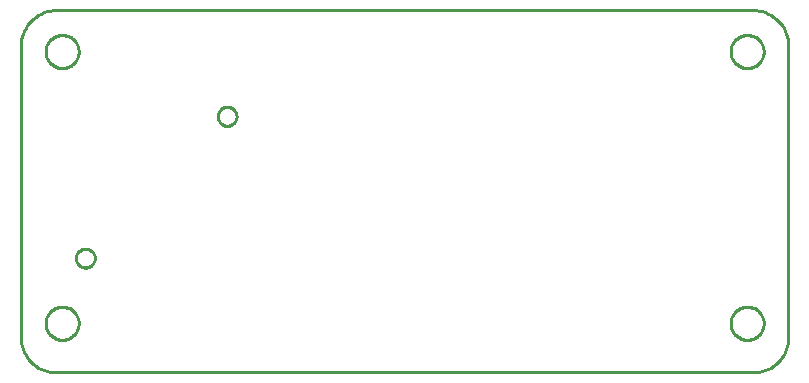
<source format=gbr>
G04 EAGLE Gerber RS-274X export*
G75*
%MOMM*%
%FSLAX34Y34*%
%LPD*%
%IN*%
%IPPOS*%
%AMOC8*
5,1,8,0,0,1.08239X$1,22.5*%
G01*
%ADD10C,0.254000*%


D10*
X-395Y23116D02*
X-281Y20501D01*
X61Y17907D01*
X627Y15351D01*
X1414Y12855D01*
X2416Y10437D01*
X3624Y8116D01*
X5030Y5909D01*
X6624Y3832D01*
X8392Y1903D01*
X10321Y135D01*
X12398Y-1459D01*
X14605Y-2865D01*
X16926Y-4073D01*
X19344Y-5075D01*
X21840Y-5862D01*
X24396Y-6428D01*
X26990Y-6770D01*
X29605Y-6884D01*
X619605Y-6884D01*
X622220Y-6770D01*
X624814Y-6428D01*
X627370Y-5862D01*
X629866Y-5075D01*
X632284Y-4073D01*
X634605Y-2865D01*
X636812Y-1459D01*
X638889Y135D01*
X640818Y1903D01*
X642586Y3832D01*
X644180Y5909D01*
X645586Y8116D01*
X646794Y10437D01*
X647796Y12855D01*
X648583Y15351D01*
X649149Y17907D01*
X649491Y20501D01*
X649605Y23116D01*
X649605Y269720D01*
X649491Y272335D01*
X649149Y274929D01*
X648583Y277485D01*
X647796Y279981D01*
X646794Y282399D01*
X645586Y284720D01*
X644180Y286927D01*
X642586Y289004D01*
X640818Y290933D01*
X638889Y292701D01*
X636812Y294295D01*
X634605Y295701D01*
X632284Y296909D01*
X629866Y297911D01*
X627370Y298698D01*
X624814Y299264D01*
X622220Y299606D01*
X619605Y299720D01*
X29605Y299720D01*
X26990Y299606D01*
X24396Y299264D01*
X21840Y298698D01*
X19344Y297911D01*
X16926Y296909D01*
X14605Y295701D01*
X12398Y294295D01*
X10321Y292701D01*
X8392Y290933D01*
X6624Y289004D01*
X5030Y286927D01*
X3624Y284720D01*
X2416Y282399D01*
X1414Y279981D01*
X627Y277485D01*
X61Y274929D01*
X-281Y272335D01*
X-395Y269720D01*
X-395Y23116D01*
X600605Y265220D02*
X600676Y266218D01*
X600819Y267207D01*
X601031Y268185D01*
X601313Y269144D01*
X601662Y270081D01*
X602078Y270991D01*
X602557Y271868D01*
X603098Y272710D01*
X603697Y273510D01*
X604352Y274266D01*
X605059Y274973D01*
X605815Y275628D01*
X606615Y276227D01*
X607457Y276768D01*
X608334Y277247D01*
X609244Y277663D01*
X610181Y278012D01*
X611141Y278294D01*
X612118Y278506D01*
X613108Y278649D01*
X614105Y278720D01*
X615105Y278720D01*
X616103Y278649D01*
X617092Y278506D01*
X618070Y278294D01*
X619029Y278012D01*
X619966Y277663D01*
X620876Y277247D01*
X621753Y276768D01*
X622595Y276227D01*
X623395Y275628D01*
X624151Y274973D01*
X624858Y274266D01*
X625513Y273510D01*
X626112Y272710D01*
X626653Y271868D01*
X627132Y270991D01*
X627548Y270081D01*
X627897Y269144D01*
X628179Y268185D01*
X628391Y267207D01*
X628534Y266218D01*
X628605Y265220D01*
X628605Y264220D01*
X628534Y263223D01*
X628391Y262233D01*
X628179Y261256D01*
X627897Y260296D01*
X627548Y259359D01*
X627132Y258449D01*
X626653Y257572D01*
X626112Y256730D01*
X625513Y255930D01*
X624858Y255174D01*
X624151Y254467D01*
X623395Y253812D01*
X622595Y253213D01*
X621753Y252672D01*
X620876Y252193D01*
X619966Y251777D01*
X619029Y251428D01*
X618070Y251146D01*
X617092Y250934D01*
X616103Y250791D01*
X615105Y250720D01*
X614105Y250720D01*
X613108Y250791D01*
X612118Y250934D01*
X611141Y251146D01*
X610181Y251428D01*
X609244Y251777D01*
X608334Y252193D01*
X607457Y252672D01*
X606615Y253213D01*
X605815Y253812D01*
X605059Y254467D01*
X604352Y255174D01*
X603697Y255930D01*
X603098Y256730D01*
X602557Y257572D01*
X602078Y258449D01*
X601662Y259359D01*
X601313Y260296D01*
X601031Y261256D01*
X600819Y262233D01*
X600676Y263223D01*
X600605Y264220D01*
X600605Y265220D01*
X600605Y35220D02*
X600676Y36218D01*
X600819Y37207D01*
X601031Y38185D01*
X601313Y39144D01*
X601662Y40081D01*
X602078Y40991D01*
X602557Y41868D01*
X603098Y42710D01*
X603697Y43510D01*
X604352Y44266D01*
X605059Y44973D01*
X605815Y45628D01*
X606615Y46227D01*
X607457Y46768D01*
X608334Y47247D01*
X609244Y47663D01*
X610181Y48012D01*
X611141Y48294D01*
X612118Y48506D01*
X613108Y48649D01*
X614105Y48720D01*
X615105Y48720D01*
X616103Y48649D01*
X617092Y48506D01*
X618070Y48294D01*
X619029Y48012D01*
X619966Y47663D01*
X620876Y47247D01*
X621753Y46768D01*
X622595Y46227D01*
X623395Y45628D01*
X624151Y44973D01*
X624858Y44266D01*
X625513Y43510D01*
X626112Y42710D01*
X626653Y41868D01*
X627132Y40991D01*
X627548Y40081D01*
X627897Y39144D01*
X628179Y38185D01*
X628391Y37207D01*
X628534Y36218D01*
X628605Y35220D01*
X628605Y34220D01*
X628534Y33223D01*
X628391Y32233D01*
X628179Y31256D01*
X627897Y30296D01*
X627548Y29359D01*
X627132Y28449D01*
X626653Y27572D01*
X626112Y26730D01*
X625513Y25930D01*
X624858Y25174D01*
X624151Y24467D01*
X623395Y23812D01*
X622595Y23213D01*
X621753Y22672D01*
X620876Y22193D01*
X619966Y21777D01*
X619029Y21428D01*
X618070Y21146D01*
X617092Y20934D01*
X616103Y20791D01*
X615105Y20720D01*
X614105Y20720D01*
X613108Y20791D01*
X612118Y20934D01*
X611141Y21146D01*
X610181Y21428D01*
X609244Y21777D01*
X608334Y22193D01*
X607457Y22672D01*
X606615Y23213D01*
X605815Y23812D01*
X605059Y24467D01*
X604352Y25174D01*
X603697Y25930D01*
X603098Y26730D01*
X602557Y27572D01*
X602078Y28449D01*
X601662Y29359D01*
X601313Y30296D01*
X601031Y31256D01*
X600819Y32233D01*
X600676Y33223D01*
X600605Y34220D01*
X600605Y35220D01*
X20605Y35220D02*
X20676Y36218D01*
X20819Y37207D01*
X21031Y38185D01*
X21313Y39144D01*
X21662Y40081D01*
X22078Y40991D01*
X22557Y41868D01*
X23098Y42710D01*
X23697Y43510D01*
X24352Y44266D01*
X25059Y44973D01*
X25815Y45628D01*
X26615Y46227D01*
X27457Y46768D01*
X28334Y47247D01*
X29244Y47663D01*
X30181Y48012D01*
X31141Y48294D01*
X32118Y48506D01*
X33108Y48649D01*
X34105Y48720D01*
X35105Y48720D01*
X36103Y48649D01*
X37092Y48506D01*
X38070Y48294D01*
X39029Y48012D01*
X39966Y47663D01*
X40876Y47247D01*
X41753Y46768D01*
X42595Y46227D01*
X43395Y45628D01*
X44151Y44973D01*
X44858Y44266D01*
X45513Y43510D01*
X46112Y42710D01*
X46653Y41868D01*
X47132Y40991D01*
X47548Y40081D01*
X47897Y39144D01*
X48179Y38185D01*
X48391Y37207D01*
X48534Y36218D01*
X48605Y35220D01*
X48605Y34220D01*
X48534Y33223D01*
X48391Y32233D01*
X48179Y31256D01*
X47897Y30296D01*
X47548Y29359D01*
X47132Y28449D01*
X46653Y27572D01*
X46112Y26730D01*
X45513Y25930D01*
X44858Y25174D01*
X44151Y24467D01*
X43395Y23812D01*
X42595Y23213D01*
X41753Y22672D01*
X40876Y22193D01*
X39966Y21777D01*
X39029Y21428D01*
X38070Y21146D01*
X37092Y20934D01*
X36103Y20791D01*
X35105Y20720D01*
X34105Y20720D01*
X33108Y20791D01*
X32118Y20934D01*
X31141Y21146D01*
X30181Y21428D01*
X29244Y21777D01*
X28334Y22193D01*
X27457Y22672D01*
X26615Y23213D01*
X25815Y23812D01*
X25059Y24467D01*
X24352Y25174D01*
X23697Y25930D01*
X23098Y26730D01*
X22557Y27572D01*
X22078Y28449D01*
X21662Y29359D01*
X21313Y30296D01*
X21031Y31256D01*
X20819Y32233D01*
X20676Y33223D01*
X20605Y34220D01*
X20605Y35220D01*
X20605Y265220D02*
X20676Y266218D01*
X20819Y267207D01*
X21031Y268185D01*
X21313Y269144D01*
X21662Y270081D01*
X22078Y270991D01*
X22557Y271868D01*
X23098Y272710D01*
X23697Y273510D01*
X24352Y274266D01*
X25059Y274973D01*
X25815Y275628D01*
X26615Y276227D01*
X27457Y276768D01*
X28334Y277247D01*
X29244Y277663D01*
X30181Y278012D01*
X31141Y278294D01*
X32118Y278506D01*
X33108Y278649D01*
X34105Y278720D01*
X35105Y278720D01*
X36103Y278649D01*
X37092Y278506D01*
X38070Y278294D01*
X39029Y278012D01*
X39966Y277663D01*
X40876Y277247D01*
X41753Y276768D01*
X42595Y276227D01*
X43395Y275628D01*
X44151Y274973D01*
X44858Y274266D01*
X45513Y273510D01*
X46112Y272710D01*
X46653Y271868D01*
X47132Y270991D01*
X47548Y270081D01*
X47897Y269144D01*
X48179Y268185D01*
X48391Y267207D01*
X48534Y266218D01*
X48605Y265220D01*
X48605Y264220D01*
X48534Y263223D01*
X48391Y262233D01*
X48179Y261256D01*
X47897Y260296D01*
X47548Y259359D01*
X47132Y258449D01*
X46653Y257572D01*
X46112Y256730D01*
X45513Y255930D01*
X44858Y255174D01*
X44151Y254467D01*
X43395Y253812D01*
X42595Y253213D01*
X41753Y252672D01*
X40876Y252193D01*
X39966Y251777D01*
X39029Y251428D01*
X38070Y251146D01*
X37092Y250934D01*
X36103Y250791D01*
X35105Y250720D01*
X34105Y250720D01*
X33108Y250791D01*
X32118Y250934D01*
X31141Y251146D01*
X30181Y251428D01*
X29244Y251777D01*
X28334Y252193D01*
X27457Y252672D01*
X26615Y253213D01*
X25815Y253812D01*
X25059Y254467D01*
X24352Y255174D01*
X23697Y255930D01*
X23098Y256730D01*
X22557Y257572D01*
X22078Y258449D01*
X21662Y259359D01*
X21313Y260296D01*
X21031Y261256D01*
X20819Y262233D01*
X20676Y263223D01*
X20605Y264220D01*
X20605Y265220D01*
X54693Y97860D02*
X55475Y97783D01*
X56246Y97630D01*
X56998Y97401D01*
X57725Y97101D01*
X58418Y96730D01*
X59071Y96293D01*
X59679Y95795D01*
X60235Y95239D01*
X60733Y94631D01*
X61170Y93978D01*
X61541Y93285D01*
X61841Y92558D01*
X62070Y91806D01*
X62223Y91035D01*
X62300Y90253D01*
X62300Y89467D01*
X62223Y88685D01*
X62070Y87914D01*
X61841Y87162D01*
X61541Y86435D01*
X61170Y85742D01*
X60733Y85089D01*
X60235Y84481D01*
X59679Y83925D01*
X59071Y83427D01*
X58418Y82990D01*
X57725Y82619D01*
X56998Y82319D01*
X56246Y82090D01*
X55475Y81937D01*
X54693Y81860D01*
X53907Y81860D01*
X53125Y81937D01*
X52354Y82090D01*
X51602Y82319D01*
X50875Y82619D01*
X50182Y82990D01*
X49529Y83427D01*
X48921Y83925D01*
X48365Y84481D01*
X47867Y85089D01*
X47430Y85742D01*
X47059Y86435D01*
X46759Y87162D01*
X46530Y87914D01*
X46377Y88685D01*
X46300Y89467D01*
X46300Y90253D01*
X46377Y91035D01*
X46530Y91806D01*
X46759Y92558D01*
X47059Y93285D01*
X47430Y93978D01*
X47867Y94631D01*
X48365Y95239D01*
X48921Y95795D01*
X49529Y96293D01*
X50182Y96730D01*
X50875Y97101D01*
X51602Y97401D01*
X52354Y97630D01*
X53125Y97783D01*
X53907Y97860D01*
X54693Y97860D01*
X174693Y217860D02*
X175475Y217783D01*
X176246Y217630D01*
X176998Y217401D01*
X177725Y217101D01*
X178418Y216730D01*
X179071Y216293D01*
X179679Y215795D01*
X180235Y215239D01*
X180733Y214631D01*
X181170Y213978D01*
X181541Y213285D01*
X181841Y212558D01*
X182070Y211806D01*
X182223Y211035D01*
X182300Y210253D01*
X182300Y209467D01*
X182223Y208685D01*
X182070Y207914D01*
X181841Y207162D01*
X181541Y206435D01*
X181170Y205742D01*
X180733Y205089D01*
X180235Y204481D01*
X179679Y203925D01*
X179071Y203427D01*
X178418Y202990D01*
X177725Y202619D01*
X176998Y202319D01*
X176246Y202090D01*
X175475Y201937D01*
X174693Y201860D01*
X173907Y201860D01*
X173125Y201937D01*
X172354Y202090D01*
X171602Y202319D01*
X170875Y202619D01*
X170182Y202990D01*
X169529Y203427D01*
X168921Y203925D01*
X168365Y204481D01*
X167867Y205089D01*
X167430Y205742D01*
X167059Y206435D01*
X166759Y207162D01*
X166530Y207914D01*
X166377Y208685D01*
X166300Y209467D01*
X166300Y210253D01*
X166377Y211035D01*
X166530Y211806D01*
X166759Y212558D01*
X167059Y213285D01*
X167430Y213978D01*
X167867Y214631D01*
X168365Y215239D01*
X168921Y215795D01*
X169529Y216293D01*
X170182Y216730D01*
X170875Y217101D01*
X171602Y217401D01*
X172354Y217630D01*
X173125Y217783D01*
X173907Y217860D01*
X174693Y217860D01*
M02*

</source>
